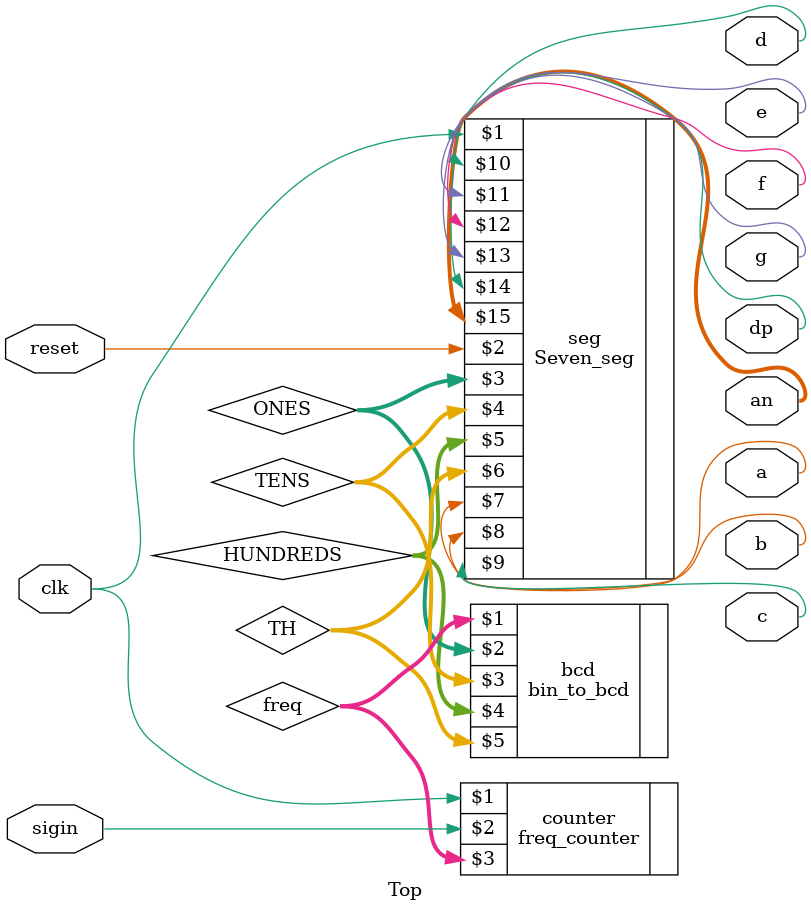
<source format=v>
`timescale 1ns / 1ps


module Top(
input clk,
input sigin,
input reset,
output a, b, c, d, e, f, g, dp,
output [3:0] an
    );
    
    wire [15:0] freq;
    wire [3:0] ONES,TENS,HUNDREDS,TH;
    freq_counter counter(clk,sigin,freq);
    bin_to_bcd bcd(freq,ONES,TENS,HUNDREDS,TH);
    Seven_seg seg(clk, reset,ONES,TENS,HUNDREDS,TH, a, b, c, d, e, f, g, dp, an);
    
    
    
endmodule

</source>
